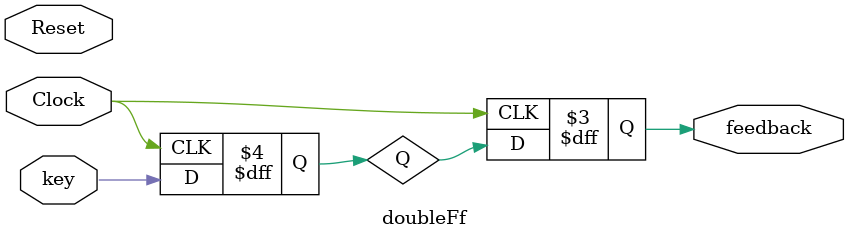
<source format=sv>

module doubleFf (Clock, Reset, key, feedback); 
	input logic Clock, Reset;
	input logic key;
	output logic feedback;
	
	logic Q;
			
			always_ff @(posedge Clock) begin
					Q <= key;
				end
				
			always_ff @(posedge Clock) begin
					feedback <= Q;
				end
endmodule

</source>
